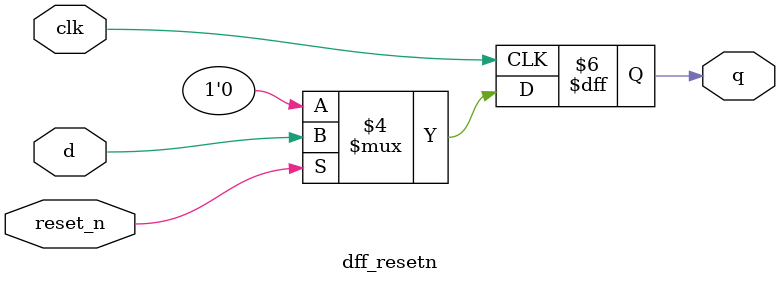
<source format=v>

module dff_resetn (
    input  wire clk,
    input  wire reset_n,
    input  wire d,
    output reg  q
);
    always @(posedge clk) begin
        if (!reset_n)
            q <= 1'b0;
        else
            q <= d;
    end
endmodule

</source>
